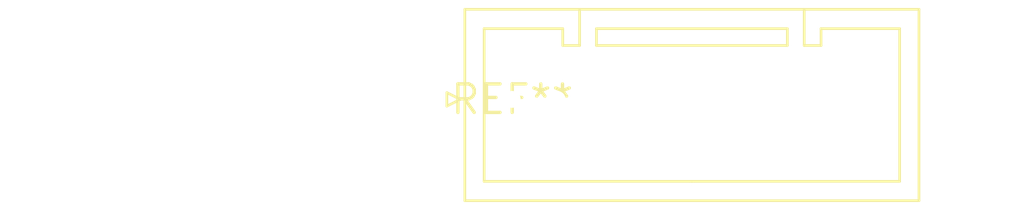
<source format=kicad_pcb>
(kicad_pcb (version 20240108) (generator pcbnew)
  (layers (0 "F.Cu" signal) (31 "B.Cu" signal) (34 "B.Paste" user) (35 "F.Paste" user) (36 "B.SilkS" user "B.Silkscreen") (37 "F.SilkS" user "F.Silkscreen") (38 "B.Mask" user) (39 "F.Mask" user) (44 "Edge.Cuts" user))
  (net 0 "")
  (footprint "JST_PUD_B18B-PUDSS_2x09_P2.00mm_Vertical" (layer "F.Cu") (at 0 0)
    (property "Reference" "REF**")
    (property "Value" "JST_PUD_B18B-PUDSS_2x09_P2.00mm_Vertical")
    (fp_line (start -2.91 -0.3) (end -2.31 0) (layer "F.SilkS") (stroke (width 0.12)))
    (fp_line (start -2.91 0.3) (end -2.91 -0.3) (layer "F.SilkS") (stroke (width 0.12)))
    (fp_line (start -2.31 0) (end -2.91 0.3) (layer "F.SilkS") (stroke (width 0.12)))
    (fp_line (start -2.11 -4.01) (end -2.11 4.51) (layer "F.SilkS") (stroke (width 0.12)))
    (fp_line (start -2.11 4.51) (end 18.11 4.51) (layer "F.SilkS") (stroke (width 0.12)))
    (fp_line (start -1.25 -3.15) (end -1.25 3.65) (layer "F.SilkS") (stroke (width 0.12)))
    (fp_line (start -1.25 3.65) (end 8 3.65) (layer "F.SilkS") (stroke (width 0.12)))
    (fp_line (start 2.25 -3.15) (end -1.25 -3.15) (layer "F.SilkS") (stroke (width 0.12)))
    (fp_line (start 2.25 -2.4) (end 2.25 -3.15) (layer "F.SilkS") (stroke (width 0.12)))
    (fp_line (start 3 -4.01) (end 3 -2.4) (layer "F.SilkS") (stroke (width 0.12)))
    (fp_line (start 3 -2.4) (end 2.25 -2.4) (layer "F.SilkS") (stroke (width 0.12)))
    (fp_line (start 3.75 -3.15) (end 3.75 -2.4) (layer "F.SilkS") (stroke (width 0.12)))
    (fp_line (start 3.75 -2.4) (end 12.25 -2.4) (layer "F.SilkS") (stroke (width 0.12)))
    (fp_line (start 12.25 -3.15) (end 3.75 -3.15) (layer "F.SilkS") (stroke (width 0.12)))
    (fp_line (start 12.25 -2.4) (end 12.25 -3.15) (layer "F.SilkS") (stroke (width 0.12)))
    (fp_line (start 13 -4.01) (end 13 -2.4) (layer "F.SilkS") (stroke (width 0.12)))
    (fp_line (start 13 -2.4) (end 13.75 -2.4) (layer "F.SilkS") (stroke (width 0.12)))
    (fp_line (start 13.75 -3.15) (end 17.25 -3.15) (layer "F.SilkS") (stroke (width 0.12)))
    (fp_line (start 13.75 -2.4) (end 13.75 -3.15) (layer "F.SilkS") (stroke (width 0.12)))
    (fp_line (start 17.25 -3.15) (end 17.25 3.65) (layer "F.SilkS") (stroke (width 0.12)))
    (fp_line (start 17.25 3.65) (end 8 3.65) (layer "F.SilkS") (stroke (width 0.12)))
    (fp_line (start 18.11 -4.01) (end -2.11 -4.01) (layer "F.SilkS") (stroke (width 0.12)))
    (fp_line (start 18.11 4.51) (end 18.11 -4.01) (layer "F.SilkS") (stroke (width 0.12)))
    (pad "1" thru_hole roundrect (at 0 0) (size 1.2 1.2) (drill 0.75) (layers *.Cu *.Mask) (remove_unused_layers) (roundrect_rratio 0.208333))
    (pad "2" thru_hole circle (at 0 2) (size 1.2 1.2) (drill 0.75) (layers *.Cu *.Mask) (remove_unused_layers))
    (pad "3" thru_hole circle (at 2 0) (size 1.2 1.2) (drill 0.75) (layers *.Cu *.Mask) (remove_unused_layers))
    (pad "4" thru_hole circle (at 2 2) (size 1.2 1.2) (drill 0.75) (layers *.Cu *.Mask) (remove_unused_layers))
    (pad "5" thru_hole circle (at 4 0) (size 1.2 1.2) (drill 0.75) (layers *.Cu *.Mask) (remove_unused_layers))
    (pad "6" thru_hole circle (at 4 2) (size 1.2 1.2) (drill 0.75) (layers *.Cu *.Mask) (remove_unused_layers))
    (pad "7" thru_hole circle (at 6 0) (size 1.2 1.2) (drill 0.75) (layers *.Cu *.Mask) (remove_unused_layers))
    (pad "8" thru_hole circle (at 6 2) (size 1.2 1.2) (drill 0.75) (layers *.Cu *.Mask) (remove_unused_layers))
    (pad "9" thru_hole circle (at 8 0) (size 1.2 1.2) (drill 0.75) (layers *.Cu *.Mask) (remove_unused_layers))
    (pad "10" thru_hole circle (at 8 2) (size 1.2 1.2) (drill 0.75) (layers *.Cu *.Mask) (remove_unused_layers))
    (pad "11" thru_hole circle (at 10 0) (size 1.2 1.2) (drill 0.75) (layers *.Cu *.Mask) (remove_unused_layers))
    (pad "12" thru_hole circle (at 10 2) (size 1.2 1.2) (drill 0.75) (layers *.Cu *.Mask) (remove_unused_layers))
    (pad "13" thru_hole circle (at 12 0) (size 1.2 1.2) (drill 0.75) (layers *.Cu *.Mask) (remove_unused_layers))
    (pad "14" thru_hole circle (at 12 2) (size 1.2 1.2) (drill 0.75) (layers *.Cu *.Mask) (remove_unused_layers))
    (pad "15" thru_hole circle (at 14 0) (size 1.2 1.2) (drill 0.75) (layers *.Cu *.Mask) (remove_unused_layers))
    (pad "16" thru_hole circle (at 14 2) (size 1.2 1.2) (drill 0.75) (layers *.Cu *.Mask) (remove_unused_layers))
    (pad "17" thru_hole circle (at 16 0) (size 1.2 1.2) (drill 0.75) (layers *.Cu *.Mask) (remove_unused_layers))
    (pad "18" thru_hole circle (at 16 2) (size 1.2 1.2) (drill 0.75) (layers *.Cu *.Mask) (remove_unused_layers))
  )
)
</source>
